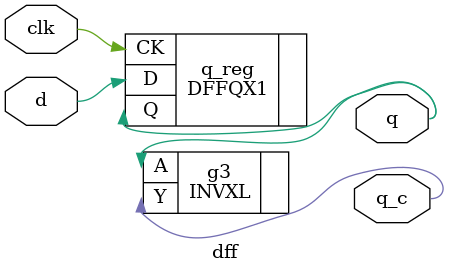
<source format=v>


// Verification Directory fv/dff 

module dff(d, clk, q, q_c);
  input d, clk;
  output q, q_c;
  wire d, clk;
  wire q, q_c;
  INVXL g3(.A (q), .Y (q_c));
  DFFQX1 q_reg(.CK (clk), .D (d), .Q (q));
endmodule


</source>
